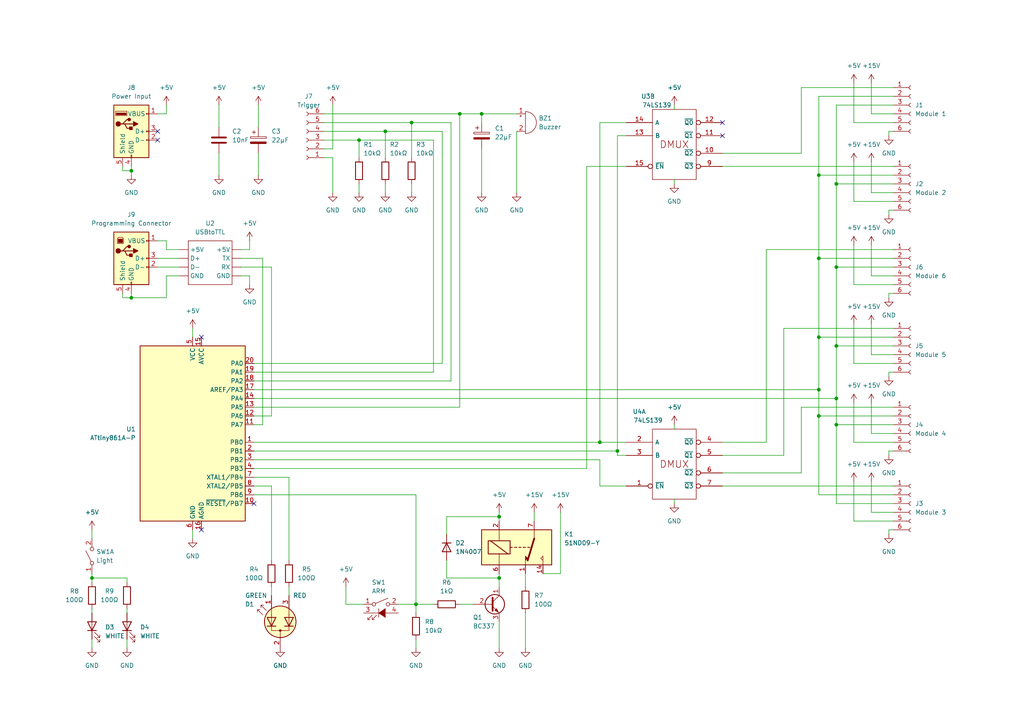
<source format=kicad_sch>
(kicad_sch (version 20211123) (generator eeschema)
  (paper "A4")
  (title_block (title "Controller") (date "2023-06-25") (rev "1") (comment 3 "Based on the Atmel Attiny861") (comment 4 "ZK-48 Controller"))
  (lib_symbols
    (symbol "+15V_1" (power) (pin_names (offset 0))
      (property "Value" "+15V_1" (at 0 5.08 0))
      (symbol "+15V_1_0_1"
        (polyline (pts (xy -0.762 1.27) (xy 0 2.54)))
        (polyline (pts (xy 0 0) (xy 0 2.54)))
        (polyline (pts (xy 0 2.54) (xy 0.762 1.27)))
      )
      (symbol "+15V_1_1_1"
        (pin power_in line (at 0 0 90) (length 0) hide (name "+15V") (number "1"))
      )
    )
    (symbol "74xx_IEEE:74LS139" (pin_names (offset 0.762))
      (property "Reference" "U" (at 6.35 11.43 0))
      (property "Value" "74LS139" (at 7.62 -11.43 0))
      (symbol "74LS139_0_0"
        (rectangle (start -6.35 10.16) (end 6.35 -10.16))
        (text "DMUX" (at 0 0 0) (effects (font (size 2.032 2.032))))
        (pin power_in line (at 0 10.16 270) (length 0) hide (name "VCC") (number "16"))
        (pin power_in line (at 0 -10.16 90) (length 0) hide (name "GND") (number "8"))
      )
      (symbol "74LS139_1_1"
        (pin input inverted (at -13.97 -6.35 0) (length 7.62) (name "~{EN}") (number "1"))
        (pin input line (at -13.97 6.35 0) (length 7.62) (name "A") (number "2"))
        (pin input line (at -13.97 2.54 0) (length 7.62) (name "B") (number "3"))
        (pin output inverted (at 13.97 6.35 180) (length 7.62) (name "~{Q0}") (number "4"))
        (pin output inverted (at 13.97 2.54 180) (length 7.62) (name "~{Q1}") (number "5"))
        (pin output inverted (at 13.97 -2.54 180) (length 7.62) (name "~{Q2}") (number "6"))
        (pin output inverted (at 13.97 -6.35 180) (length 7.62) (name "~{Q3}") (number "7"))
      )
      (symbol "74LS139_2_1"
        (pin output inverted (at 13.97 -2.54 180) (length 7.62) (name "~{Q2}") (number "10"))
        (pin output inverted (at 13.97 2.54 180) (length 7.62) (name "~{Q1}") (number "11"))
        (pin output inverted (at 13.97 6.35 180) (length 7.62) (name "~{Q0}") (number "12"))
        (pin input line (at -13.97 2.54 0) (length 7.62) (name "B") (number "13"))
        (pin input line (at -13.97 6.35 0) (length 7.62) (name "A") (number "14"))
        (pin input inverted (at -13.97 -6.35 0) (length 7.62) (name "~{EN}") (number "15"))
        (pin output inverted (at 13.97 -6.35 180) (length 7.62) (name "~{Q3}") (number "9"))
      )
    )
    (symbol "Connector:Conn_01x06_Female" (pin_names (offset 1.016) hide)
      (property "Reference" "J" (at 0 7.62 0))
      (property "Value" "Conn_01x06_Female" (at 0 -10.16 0))
      (symbol "Conn_01x06_Female_1_1"
        (arc (start 0 -7.112) (mid -0.508 -7.62) (end 0 -8.128) (stroke (width 0.1524)))
        (arc (start 0 -4.572) (mid -0.508 -5.08) (end 0 -5.588) (stroke (width 0.1524)))
        (arc (start 0 -2.032) (mid -0.508 -2.54) (end 0 -3.048) (stroke (width 0.1524)))
        (polyline (pts (xy -1.27 -7.62) (xy -0.508 -7.62)) (stroke (width 0.1524)))
        (polyline (pts (xy -1.27 -5.08) (xy -0.508 -5.08)) (stroke (width 0.1524)))
        (polyline (pts (xy -1.27 -2.54) (xy -0.508 -2.54)) (stroke (width 0.1524)))
        (polyline (pts (xy -1.27 0) (xy -0.508 0)) (stroke (width 0.1524)))
        (polyline (pts (xy -1.27 2.54) (xy -0.508 2.54)) (stroke (width 0.1524)))
        (polyline (pts (xy -1.27 5.08) (xy -0.508 5.08)) (stroke (width 0.1524)))
        (arc (start 0 0.508) (mid -0.508 0) (end 0 -0.508) (stroke (width 0.1524)))
        (arc (start 0 3.048) (mid -0.508 2.54) (end 0 2.032) (stroke (width 0.1524)))
        (arc (start 0 5.588) (mid -0.508 5.08) (end 0 4.572) (stroke (width 0.1524)))
        (pin passive line (at -5.08 5.08 0) (length 3.81) (name "Pin_1") (number "1"))
        (pin passive line (at -5.08 2.54 0) (length 3.81) (name "Pin_2") (number "2"))
        (pin passive line (at -5.08 0 0) (length 3.81) (name "Pin_3") (number "3"))
        (pin passive line (at -5.08 -2.54 0) (length 3.81) (name "Pin_4") (number "4"))
        (pin passive line (at -5.08 -5.08 0) (length 3.81) (name "Pin_5") (number "5"))
        (pin passive line (at -5.08 -7.62 0) (length 3.81) (name "Pin_6") (number "6"))
      )
    )
    (symbol "Connector:USB_A" (pin_names (offset 1.016))
      (property "Reference" "J" (at -5.08 11.43 0))
      (property "Value" "USB_A" (at -5.08 8.89 0))
      (symbol "USB_A_0_1"
        (rectangle (start -5.08 -7.62) (end 5.08 7.62) (stroke (width 0.254)) (fill (type background)))
        (circle (center -3.81 2.159) (radius 0.635) (stroke (width 0.254)) (fill (type outline)))
        (rectangle (start -1.524 4.826) (end -4.318 5.334) (fill (type outline)))
        (rectangle (start -1.27 4.572) (end -4.572 5.842))
        (circle (center -0.635 3.429) (radius 0.381) (stroke (width 0.254)) (fill (type outline)))
        (rectangle (start -0.127 -7.62) (end 0.127 -6.858))
        (polyline (pts (xy -3.175 2.159) (xy -2.54 2.159) (xy -1.27 3.429) (xy -0.635 3.429)) (stroke (width 0.254)))
        (polyline (pts (xy -2.54 2.159) (xy -1.905 2.159) (xy -1.27 0.889) (xy 0 0.889)) (stroke (width 0.254)))
        (polyline (pts (xy 0.635 2.794) (xy 0.635 1.524) (xy 1.905 2.159) (xy 0.635 2.794)) (stroke (width 0.254)) (fill (type outline)))
        (rectangle (start 0.254 1.27) (end -0.508 0.508) (stroke (width 0.254)) (fill (type outline)))
        (rectangle (start 5.08 -2.667) (end 4.318 -2.413))
        (rectangle (start 5.08 -0.127) (end 4.318 0.127))
        (rectangle (start 5.08 4.953) (end 4.318 5.207))
      )
      (symbol "USB_A_1_1"
        (polyline (pts (xy -1.905 2.159) (xy 0.635 2.159)) (stroke (width 0.254)))
        (pin power_in line (at 7.62 5.08 180) (length 2.54) (name "VBUS") (number "1"))
        (pin bidirectional line (at 7.62 -2.54 180) (length 2.54) (name "D-") (number "2"))
        (pin bidirectional line (at 7.62 0 180) (length 2.54) (name "D+") (number "3"))
        (pin power_in line (at 0 -10.16 90) (length 2.54) (name "GND") (number "4"))
        (pin passive line (at -2.54 -10.16 90) (length 2.54) (name "Shield") (number "5"))
      )
    )
    (symbol "Connector:USB_B" (pin_names (offset 1.016))
      (property "Reference" "J" (at -5.08 11.43 0))
      (property "Value" "USB_B" (at -5.08 8.89 0))
      (symbol "USB_B_0_1"
        (rectangle (start -5.08 -7.62) (end 5.08 7.62) (stroke (width 0.254)) (fill (type background)))
        (circle (center -3.81 2.159) (radius 0.635) (stroke (width 0.254)) (fill (type outline)))
        (rectangle (start -3.81 5.588) (end -2.54 4.572) (fill (type outline)))
        (circle (center -0.635 3.429) (radius 0.381) (stroke (width 0.254)) (fill (type outline)))
        (rectangle (start -0.127 -7.62) (end 0.127 -6.858))
        (polyline (pts (xy -1.905 2.159) (xy 0.635 2.159)) (stroke (width 0.254)))
        (polyline (pts (xy -3.175 2.159) (xy -2.54 2.159) (xy -1.27 3.429) (xy -0.635 3.429)) (stroke (width 0.254)))
        (polyline (pts (xy -2.54 2.159) (xy -1.905 2.159) (xy -1.27 0.889) (xy 0 0.889)) (stroke (width 0.254)))
        (polyline (pts (xy 0.635 2.794) (xy 0.635 1.524) (xy 1.905 2.159) (xy 0.635 2.794)) (stroke (width 0.254)) (fill (type outline)))
        (polyline (pts (xy -4.064 4.318) (xy -2.286 4.318) (xy -2.286 5.715) (xy -2.667 6.096) (xy -3.683 6.096) (xy -4.064 5.715) (xy -4.064 4.318)))
        (rectangle (start 0.254 1.27) (end -0.508 0.508) (stroke (width 0.254)) (fill (type outline)))
        (rectangle (start 5.08 -2.667) (end 4.318 -2.413))
        (rectangle (start 5.08 -0.127) (end 4.318 0.127))
        (rectangle (start 5.08 4.953) (end 4.318 5.207))
      )
      (symbol "USB_B_1_1"
        (pin power_out line (at 7.62 5.08 180) (length 2.54) (name "VBUS") (number "1"))
        (pin bidirectional line (at 7.62 -2.54 180) (length 2.54) (name "D-") (number "2"))
        (pin bidirectional line (at 7.62 0 180) (length 2.54) (name "D+") (number "3"))
        (pin power_out line (at 0 -10.16 90) (length 2.54) (name "GND") (number "4"))
        (pin passive line (at -2.54 -10.16 90) (length 2.54) (name "Shield") (number "5"))
      )
    )
    (symbol "Device:Buzzer" (pin_names (offset 0.0254) hide)
      (property "Reference" "BZ" (at 3.81 1.27 0))
      (property "Value" "Buzzer" (at 3.81 -1.27 0))
      (symbol "Buzzer_0_1"
        (arc (start 0 -3.175) (mid 3.175 0) (end 0 3.175))
        (polyline (pts (xy -1.651 1.905) (xy -1.143 1.905)))
        (polyline (pts (xy -1.397 2.159) (xy -1.397 1.651)))
        (polyline (pts (xy 0 3.175) (xy 0 -3.175)))
      )
      (symbol "Buzzer_1_1"
        (pin passive line (at -2.54 2.54 0) (length 2.54) (name "-") (number "1"))
        (pin passive line (at -2.54 -2.54 0) (length 2.54) (name "+") (number "2"))
      )
    )
    (symbol "Device:C" (pin_numbers hide) (pin_names (offset 0.254))
      (property "Reference" "C" (at 0.635 2.54 0))
      (property "Value" "C" (at 0.635 -2.54 0))
      (symbol "C_0_1"
        (polyline (pts (xy -2.032 -0.762) (xy 2.032 -0.762)) (stroke (width 0.508)))
        (polyline (pts (xy -2.032 0.762) (xy 2.032 0.762)) (stroke (width 0.508)))
      )
      (symbol "C_1_1"
        (pin passive line (at 0 3.81 270) (length 2.794) (name "~") (number "1"))
        (pin passive line (at 0 -3.81 90) (length 2.794) (name "~") (number "2"))
      )
    )
    (symbol "Device:C_Polarized" (pin_numbers hide) (pin_names (offset 0.254))
      (property "Reference" "C" (at 0.635 2.54 0))
      (property "Value" "C_Polarized" (at 0.635 -2.54 0))
      (symbol "C_Polarized_0_1"
        (rectangle (start -2.286 0.508) (end 2.286 1.016))
        (polyline (pts (xy -1.778 2.286) (xy -0.762 2.286)))
        (polyline (pts (xy -1.27 2.794) (xy -1.27 1.778)))
        (rectangle (start 2.286 -0.508) (end -2.286 -1.016) (fill (type outline)))
      )
      (symbol "C_Polarized_1_1"
        (pin passive line (at 0 3.81 270) (length 2.794) (name "~") (number "1"))
        (pin passive line (at 0 -3.81 90) (length 2.794) (name "~") (number "2"))
      )
    )
    (symbol "Device:LED" (pin_numbers hide) (pin_names (offset 1.016) hide)
      (property "Reference" "D" (at 0 2.54 0))
      (property "Value" "LED" (at 0 -2.54 0))
      (symbol "LED_0_1"
        (polyline (pts (xy -1.27 -1.27) (xy -1.27 1.27)) (stroke (width 0.254)))
        (polyline (pts (xy -1.27 0) (xy 1.27 0)))
        (polyline (pts (xy 1.27 -1.27) (xy 1.27 1.27) (xy -1.27 0) (xy 1.27 -1.27)) (stroke (width 0.254)))
        (polyline (pts (xy -3.048 -0.762) (xy -4.572 -2.286) (xy -3.81 -2.286) (xy -4.572 -2.286) (xy -4.572 -1.524)))
        (polyline (pts (xy -1.778 -0.762) (xy -3.302 -2.286) (xy -2.54 -2.286) (xy -3.302 -2.286) (xy -3.302 -1.524)))
      )
      (symbol "LED_1_1"
        (pin passive line (at -3.81 0 0) (length 2.54) (name "K") (number "1"))
        (pin passive line (at 3.81 0 180) (length 2.54) (name "A") (number "2"))
      )
    )
    (symbol "Device:LED_Dual_AKA" (pin_names (offset 0) hide)
      (property "Reference" "D" (at 0 5.715 0))
      (property "Value" "LED_Dual_AKA" (at 0 -6.35 0))
      (symbol "LED_Dual_AKA_0_1"
        (circle (center -2.54 0) (radius 0.2794) (fill (type outline)))
        (polyline (pts (xy -4.572 0) (xy -2.54 0)))
        (polyline (pts (xy -1.27 -1.27) (xy -1.27 -3.81)) (stroke (width 0.254)))
        (polyline (pts (xy -1.27 1.27) (xy -1.27 3.81)) (stroke (width 0.254)))
        (polyline (pts (xy 3.81 -2.54) (xy 1.905 -2.54)))
        (polyline (pts (xy 3.81 2.54) (xy 1.905 2.54)))
        (polyline (pts (xy 1.27 -3.81) (xy 1.27 -1.27) (xy -1.27 -2.54) (xy 1.27 -3.81)) (stroke (width 0.254)))
        (polyline (pts (xy 1.27 1.27) (xy 1.27 3.81) (xy -1.27 2.54) (xy 1.27 1.27)) (stroke (width 0.254)))
        (polyline (pts (xy 2.032 2.54) (xy -2.54 2.54) (xy -2.54 -2.54) (xy 2.032 -2.54)))
        (polyline (pts (xy 2.032 5.08) (xy 3.556 6.604) (xy 2.794 6.604) (xy 3.556 6.604) (xy 3.556 5.842)))
        (polyline (pts (xy 3.302 4.064) (xy 4.826 5.588) (xy 4.064 5.588) (xy 4.826 5.588) (xy 4.826 4.826)))
        (circle (center 0 0) (radius 4.572) (stroke (width 0.254)) (fill (type background)))
      )
      (symbol "LED_Dual_AKA_1_1"
        (pin input line (at 7.62 2.54 180) (length 3.81) (name "A1") (number "1"))
        (pin input line (at -7.62 0 0) (length 3.048) (name "K") (number "2"))
        (pin input line (at 7.62 -2.54 180) (length 3.81) (name "A2") (number "3"))
      )
    )
    (symbol "Device:R" (pin_numbers hide) (pin_names (offset 0))
      (property "Reference" "R" (at 2.032 0 90))
      (property "Value" "R" (at 0 0 90))
      (symbol "R_0_1"
        (rectangle (start -1.016 -2.54) (end 1.016 2.54) (stroke (width 0.254)))
      )
      (symbol "R_1_1"
        (pin passive line (at 0 3.81 270) (length 1.27) (name "~") (number "1"))
        (pin passive line (at 0 -3.81 90) (length 1.27) (name "~") (number "2"))
      )
    )
    (symbol "Diode:1N4007" (pin_numbers hide) (pin_names (offset 1.016) hide)
      (property "Reference" "D" (at 0 2.54 0))
      (property "Value" "1N4007" (at 0 -2.54 0))
      (symbol "1N4007_0_1"
        (polyline (pts (xy -1.27 1.27) (xy -1.27 -1.27)) (stroke (width 0.254)))
        (polyline (pts (xy 1.27 0) (xy -1.27 0)))
        (polyline (pts (xy 1.27 1.27) (xy 1.27 -1.27) (xy -1.27 0) (xy 1.27 1.27)) (stroke (width 0.254)))
      )
      (symbol "1N4007_1_1"
        (pin passive line (at -3.81 0 0) (length 2.54) (name "K") (number "1"))
        (pin passive line (at 3.81 0 180) (length 2.54) (name "A") (number "2"))
      )
    )
    (symbol "MCU_Microchip_ATtiny:ATtiny861A-P"
      (property "Reference" "U" (at -15.24 26.67 0))
      (property "Value" "ATtiny861A-P" (at 5.08 -26.67 0))
      (symbol "ATtiny861A-P_0_1"
        (rectangle (start -15.24 -25.4) (end 15.24 25.4) (stroke (width 0.254)) (fill (type background)))
      )
      (symbol "ATtiny861A-P_1_1"
        (pin bidirectional line (at 17.78 -2.54 180) (length 2.54) (name "PB0") (number "1"))
        (pin bidirectional line (at 17.78 -20.32 180) (length 2.54) (name "~{RESET}/PB7") (number "10"))
        (pin bidirectional line (at 17.78 2.54 180) (length 2.54) (name "PA7") (number "11"))
        (pin bidirectional line (at 17.78 5.08 180) (length 2.54) (name "PA6") (number "12"))
        (pin bidirectional line (at 17.78 7.62 180) (length 2.54) (name "PA5") (number "13"))
        (pin bidirectional line (at 17.78 10.16 180) (length 2.54) (name "PA4") (number "14"))
        (pin power_in line (at 2.54 27.94 270) (length 2.54) (name "AVCC") (number "15"))
        (pin power_in line (at 2.54 -27.94 90) (length 2.54) (name "AGND") (number "16"))
        (pin bidirectional line (at 17.78 12.7 180) (length 2.54) (name "AREF/PA3") (number "17"))
        (pin bidirectional line (at 17.78 15.24 180) (length 2.54) (name "PA2") (number "18"))
        (pin bidirectional line (at 17.78 17.78 180) (length 2.54) (name "PA1") (number "19"))
        (pin bidirectional line (at 17.78 -5.08 180) (length 2.54) (name "PB1") (number "2"))
        (pin bidirectional line (at 17.78 20.32 180) (length 2.54) (name "PA0") (number "20"))
        (pin bidirectional line (at 17.78 -7.62 180) (length 2.54) (name "PB2") (number "3"))
        (pin bidirectional line (at 17.78 -10.16 180) (length 2.54) (name "PB3") (number "4"))
        (pin power_in line (at 0 27.94 270) (length 2.54) (name "VCC") (number "5"))
        (pin power_in line (at 0 -27.94 90) (length 2.54) (name "GND") (number "6"))
        (pin bidirectional line (at 17.78 -12.7 180) (length 2.54) (name "XTAL1/PB4") (number "7"))
        (pin bidirectional line (at 17.78 -15.24 180) (length 2.54) (name "XTAL2/PB5") (number "8"))
        (pin bidirectional line (at 17.78 -17.78 180) (length 2.54) (name "PB6") (number "9"))
      )
    )
    (symbol "Relay:DIPxx-1Cxx-51x"
      (property "Reference" "K" (at 11.43 3.81 0))
      (property "Value" "DIPxx-1Cxx-51x" (at 11.43 1.27 0))
      (symbol "DIPxx-1Cxx-51x_0_0"
        (polyline (pts (xy 2.54 5.08) (xy 2.54 2.54) (xy 3.175 3.175) (xy 2.54 3.81)) (fill (type outline)))
        (polyline (pts (xy 7.62 5.08) (xy 7.62 2.54) (xy 6.985 3.175) (xy 7.62 3.81)))
      )
      (symbol "DIPxx-1Cxx-51x_0_1"
        (rectangle (start -10.16 5.08) (end 10.16 -5.08) (stroke (width 0.254)) (fill (type background)))
        (rectangle (start -8.255 1.905) (end -1.905 -1.905) (stroke (width 0.254)))
        (polyline (pts (xy -7.62 -1.905) (xy -2.54 1.905)) (stroke (width 0.254)))
        (polyline (pts (xy -5.08 -5.08) (xy -5.08 -1.905)))
        (polyline (pts (xy -5.08 5.08) (xy -5.08 1.905)))
        (polyline (pts (xy -1.905 0) (xy -1.27 0)) (stroke (width 0.254)))
        (polyline (pts (xy -0.635 0) (xy 0 0)) (stroke (width 0.254)))
        (polyline (pts (xy 0.635 0) (xy 1.27 0)) (stroke (width 0.254)))
        (polyline (pts (xy 1.905 0) (xy 2.54 0)) (stroke (width 0.254)))
        (polyline (pts (xy 3.175 0) (xy 3.81 0)) (stroke (width 0.254)))
        (polyline (pts (xy 5.08 -2.54) (xy 3.175 3.81)) (stroke (width 0.508)))
        (polyline (pts (xy 5.08 -2.54) (xy 5.08 -5.08)))
      )
      (symbol "DIPxx-1Cxx-51x_1_1"
        (pin passive line (at 2.54 7.62 270) (length 2.54) (name "~") (number "1"))
        (pin passive line (at 7.62 7.62 270) (length 2.54) (name "~") (number "14"))
        (pin passive line (at -5.08 -7.62 90) (length 2.54) (name "~") (number "2"))
        (pin passive line (at -5.08 7.62 270) (length 2.54) (name "~") (number "6"))
        (pin passive line (at 5.08 -7.62 90) (length 2.54) (name "~") (number "7"))
        (pin passive line (at 5.08 -7.62 90) (length 2.54) hide (name "~") (number "8"))
      )
    )
    (symbol "Switch:SW_DPST_x2" (pin_names (offset 0) hide)
      (property "Reference" "SW" (at 0 3.175 0))
      (property "Value" "SW_DPST_x2" (at 0 -2.54 0))
      (symbol "SW_DPST_x2_0_0"
        (circle (center -2.032 0) (radius 0.508))
        (polyline (pts (xy -1.524 0.254) (xy 1.524 1.778)))
        (circle (center 2.032 0) (radius 0.508))
      )
      (symbol "SW_DPST_x2_1_1"
        (pin passive line (at -5.08 0 0) (length 2.54) (name "A") (number "1"))
        (pin passive line (at 5.08 0 180) (length 2.54) (name "B") (number "2"))
      )
      (symbol "SW_DPST_x2_2_1"
        (pin passive line (at -5.08 0 0) (length 2.54) (name "A") (number "3"))
        (pin passive line (at 5.08 0 180) (length 2.54) (name "B") (number "4"))
      )
    )
    (symbol "Switch:SW_SPST_LED" (pin_names (offset 1.016) hide)
      (property "Reference" "SW" (at 0.635 5.715 0))
      (property "Value" "SW_SPST_LED" (at 0 -3.175 0))
      (symbol "SW_SPST_LED_0_0"
        (polyline (pts (xy -3.81 -1.905) (xy -2.54 -0.635)))
        (polyline (pts (xy -2.54 -1.905) (xy -1.27 -0.635)))
        (polyline (pts (xy -2.54 0) (xy 2.54 0)))
        (polyline (pts (xy -0.635 1.27) (xy -0.635 -1.27)))
        (polyline (pts (xy -3.81 -1.27) (xy -3.81 -1.905) (xy -3.175 -1.905)))
        (polyline (pts (xy -2.54 -1.27) (xy -2.54 -1.905) (xy -1.905 -1.905)))
        (polyline (pts (xy -0.635 0) (xy 1.27 1.27) (xy 1.27 -1.27) (xy -0.635 0)) (fill (type outline)))
      )
      (symbol "SW_SPST_LED_0_1"
        (circle (center -2.032 2.54) (radius 0.508))
        (polyline (pts (xy -1.524 2.794) (xy 2.032 4.318)))
        (circle (center 2.032 2.54) (radius 0.508))
        (pin passive line (at -5.08 2.54 0) (length 2.54) (name "1") (number "1"))
        (pin passive line (at 5.08 2.54 180) (length 2.54) (name "2") (number "2"))
        (pin passive line (at -5.08 0 0) (length 2.54) (name "K") (number "3"))
        (pin passive line (at 5.08 0 180) (length 2.54) (name "A") (number "4"))
      )
    )
    (symbol "Transistor_BJT:BC337" (pin_names (offset 0) hide)
      (property "Reference" "Q" (at 5.08 1.905 0))
      (property "Value" "BC337" (at 5.08 0 0))
      (symbol "BC337_0_1"
        (polyline (pts (xy 0 0) (xy 0.635 0)))
        (polyline (pts (xy 0.635 0.635) (xy 2.54 2.54)))
        (polyline (pts (xy 0.635 -0.635) (xy 2.54 -2.54) (xy 2.54 -2.54)))
        (polyline (pts (xy 0.635 1.905) (xy 0.635 -1.905) (xy 0.635 -1.905)) (stroke (width 0.508)))
        (polyline (pts (xy 1.27 -1.778) (xy 1.778 -1.27) (xy 2.286 -2.286) (xy 1.27 -1.778) (xy 1.27 -1.778)) (fill (type outline)))
        (circle (center 1.27 0) (radius 2.8194) (stroke (width 0.254)))
      )
      (symbol "BC337_1_1"
        (pin passive line (at 2.54 5.08 270) (length 2.54) (name "C") (number "1"))
        (pin input line (at -5.08 0 0) (length 5.08) (name "B") (number "2"))
        (pin passive line (at 2.54 -5.08 90) (length 2.54) (name "E") (number "3"))
      )
    )
    (symbol "power:+15V" (power) (pin_names (offset 0))
      (property "Value" "+15V" (at 0 3.556 0))
      (symbol "+15V_0_1"
        (polyline (pts (xy -0.762 1.27) (xy 0 2.54)))
        (polyline (pts (xy 0 0) (xy 0 2.54)))
        (polyline (pts (xy 0 2.54) (xy 0.762 1.27)))
      )
      (symbol "+15V_1_1"
        (pin power_in line (at 0 0 90) (length 0) hide (name "+15V") (number "1"))
      )
    )
    (symbol "power:+5V" (power) (pin_names (offset 0))
      (property "Value" "+5V" (at 0 3.556 0))
      (symbol "+5V_0_1"
        (polyline (pts (xy -0.762 1.27) (xy 0 2.54)))
        (polyline (pts (xy 0 0) (xy 0 2.54)))
        (polyline (pts (xy 0 2.54) (xy 0.762 1.27)))
      )
      (symbol "+5V_1_1"
        (pin power_in line (at 0 0 90) (length 0) hide (name "+5V") (number "1"))
      )
    )
    (symbol "power:GND" (power) (pin_names (offset 0))
      (property "Value" "GND" (at 0 -3.81 0))
      (symbol "GND_0_1"
        (polyline (pts (xy 0 0) (xy 0 -1.27) (xy 1.27 -1.27) (xy 0 -2.54) (xy -1.27 -1.27) (xy 0 -1.27)))
      )
      (symbol "GND_1_1"
        (pin power_in line (at 0 0 270) (length 0) hide (name "GND") (number "1"))
      )
    )
    (symbol "usbtotll:USBtoTTL"
      (property "Reference" "C" (at 3.81 1.27 0))
      (property "Value" "USBtoTTL" (at 3.81 -1.27 0))
      (symbol "USBtoTTL_0_1"
        (rectangle (start -2.54 -2.54) (end 10.16 -15.24))
      )
      (symbol "USBtoTTL_1_1"
        (pin input line (at -5.08 -5.08 0) (length 2.54) (name "+5V") (number ""))
        (pin input line (at 12.7 -5.08 180) (length 2.54) (name "+5V") (number ""))
        (pin input line (at -5.08 -7.62 0) (length 2.54) (name "D+") (number ""))
        (pin input line (at -5.08 -10.16 0) (length 2.54) (name "D-") (number ""))
        (pin input line (at -5.08 -12.7 0) (length 2.54) (name "GND") (number ""))
        (pin input line (at 12.7 -12.7 180) (length 2.54) (name "GND") (number ""))
        (pin output line (at 12.7 -10.16 180) (length 2.54) (name "RX") (number ""))
        (pin output line (at 12.7 -7.62 180) (length 2.54) (name "TX") (number ""))
      )
    )
  )
  (junction (at 38.1 49.53))
  (junction (at 242.57 123.19))
  (junction (at 133.35 33.02))
  (junction (at 144.78 149.86))
  (junction (at 173.99 128.27))
  (junction (at 237.49 120.65))
  (junction (at 237.49 74.93))
  (junction (at 38.1 86.36))
  (junction (at 237.49 50.8))
  (junction (at 144.78 167.64))
  (junction (at 237.49 97.79))
  (junction (at 104.14 40.64))
  (junction (at 139.7 33.02))
  (junction (at 119.38 35.56))
  (junction (at 242.57 77.47))
  (junction (at 237.49 113.03))
  (junction (at 242.57 100.33))
  (junction (at 179.07 130.81))
  (junction (at 242.57 115.57))
  (junction (at 111.76 38.1))
  (junction (at 26.67 167.64))
  (junction (at 120.65 175.26))
  (junction (at 242.57 53.34))
  (no_connect (at 45.72 38.1))
  (no_connect (at 73.66 146.05))
  (no_connect (at 209.55 39.37))
  (no_connect (at 209.55 35.56))
  (no_connect (at 58.42 97.79))
  (no_connect (at 58.42 153.67))
  (no_connect (at 45.72 40.64))
  (wire (pts (xy 45.72 33.02) (xy 48.26 33.02)))
  (wire (pts (xy 242.57 53.34) (xy 242.57 77.47)))
  (wire (pts (xy 139.7 43.18) (xy 139.7 55.88)))
  (wire (pts (xy 259.08 107.95) (xy 257.81 107.95)))
  (wire (pts (xy 209.55 128.27) (xy 222.25 128.27)))
  (wire (pts (xy 48.26 69.85) (xy 48.26 72.39)))
  (wire (pts (xy 129.54 167.64) (xy 144.78 167.64)))
  (wire (pts (xy 35.56 48.26) (xy 35.56 49.53)))
  (wire (pts (xy 162.56 166.37) (xy 157.48 166.37)))
  (wire (pts (xy 252.73 55.88) (xy 259.08 55.88)))
  (wire (pts (xy 247.65 35.56) (xy 259.08 35.56)))
  (wire (pts (xy 242.57 115.57) (xy 242.57 123.19)))
  (wire (pts (xy 105.41 175.26) (xy 100.33 175.26)))
  (wire (pts (xy 100.33 175.26) (xy 100.33 170.18)))
  (wire (pts (xy 242.57 77.47) (xy 242.57 100.33)))
  (wire (pts (xy 36.83 168.91) (xy 36.83 167.64)))
  (wire (pts (xy 73.66 118.11) (xy 133.35 118.11)))
  (wire (pts (xy 72.39 72.39) (xy 69.85 72.39)))
  (wire (pts (xy 74.93 44.45) (xy 74.93 50.8)))
  (wire (pts (xy 73.66 133.35) (xy 173.99 133.35)))
  (wire (pts (xy 247.65 151.13) (xy 247.65 139.7)))
  (wire (pts (xy 78.74 140.97) (xy 78.74 162.56)))
  (wire (pts (xy 119.38 53.34) (xy 119.38 55.88)))
  (wire (pts (xy 78.74 120.65) (xy 78.74 77.47)))
  (wire (pts (xy 252.73 148.59) (xy 259.08 148.59)))
  (wire (pts (xy 129.54 154.94) (xy 129.54 149.86)))
  (wire (pts (xy 104.14 40.64) (xy 125.73 40.64)))
  (wire (pts (xy 45.72 74.93) (xy 52.07 74.93)))
  (wire (pts (xy 237.49 120.65) (xy 259.08 120.65)))
  (wire (pts (xy 38.1 48.26) (xy 38.1 49.53)))
  (wire (pts (xy 209.55 44.45) (xy 232.41 44.45)))
  (wire (pts (xy 247.65 82.55) (xy 259.08 82.55)))
  (wire (pts (xy 139.7 35.56) (xy 139.7 33.02)))
  (wire (pts (xy 257.81 153.67) (xy 259.08 153.67)))
  (wire (pts (xy 38.1 85.09) (xy 38.1 86.36)))
  (wire (pts (xy 120.65 175.26) (xy 125.73 175.26)))
  (wire (pts (xy 173.99 35.56) (xy 181.61 35.56)))
  (wire (pts (xy 259.08 130.81) (xy 257.81 130.81)))
  (wire (pts (xy 242.57 77.47) (xy 259.08 77.47)))
  (wire (pts (xy 181.61 140.97) (xy 173.99 140.97)))
  (wire (pts (xy 133.35 33.02) (xy 133.35 118.11)))
  (wire (pts (xy 237.49 27.94) (xy 237.49 50.8)))
  (wire (pts (xy 252.73 33.02) (xy 259.08 33.02)))
  (wire (pts (xy 104.14 45.72) (xy 104.14 40.64)))
  (wire (pts (xy 181.61 128.27) (xy 173.99 128.27)))
  (wire (pts (xy 237.49 74.93) (xy 237.49 97.79)))
  (wire (pts (xy 104.14 53.34) (xy 104.14 55.88)))
  (wire (pts (xy 259.08 38.1) (xy 257.81 38.1)))
  (wire (pts (xy 78.74 170.18) (xy 78.74 172.72)))
  (wire (pts (xy 111.76 53.34) (xy 111.76 55.88)))
  (wire (pts (xy 247.65 105.41) (xy 247.65 93.98)))
  (wire (pts (xy 247.65 151.13) (xy 259.08 151.13)))
  (wire (pts (xy 227.33 132.08) (xy 227.33 95.25)))
  (wire (pts (xy 48.26 80.01) (xy 48.26 86.36)))
  (wire (pts (xy 237.49 50.8) (xy 237.49 74.93)))
  (wire (pts (xy 35.56 86.36) (xy 35.56 85.09)))
  (wire (pts (xy 252.73 93.98) (xy 252.73 102.87)))
  (wire (pts (xy 73.66 138.43) (xy 83.82 138.43)))
  (wire (pts (xy 73.66 120.65) (xy 78.74 120.65)))
  (wire (pts (xy 144.78 148.59) (xy 144.78 149.86)))
  (wire (pts (xy 209.55 140.97) (xy 259.08 140.97)))
  (wire (pts (xy 257.81 130.81) (xy 257.81 132.08)))
  (wire (pts (xy 96.52 45.72) (xy 96.52 55.88)))
  (wire (pts (xy 222.25 72.39) (xy 259.08 72.39)))
  (wire (pts (xy 26.67 153.67) (xy 26.67 156.21)))
  (wire (pts (xy 73.66 130.81) (xy 179.07 130.81)))
  (wire (pts (xy 152.4 166.37) (xy 152.4 170.18)))
  (wire (pts (xy 242.57 146.05) (xy 259.08 146.05)))
  (wire (pts (xy 73.66 123.19) (xy 76.2 123.19)))
  (wire (pts (xy 120.65 185.42) (xy 120.65 187.96)))
  (wire (pts (xy 257.81 85.09) (xy 257.81 86.36)))
  (wire (pts (xy 72.39 82.55) (xy 72.39 80.01)))
  (wire (pts (xy 73.66 140.97) (xy 78.74 140.97)))
  (wire (pts (xy 257.81 107.95) (xy 257.81 109.22)))
  (wire (pts (xy 45.72 77.47) (xy 52.07 77.47)))
  (wire (pts (xy 232.41 44.45) (xy 232.41 25.4)))
  (wire (pts (xy 120.65 143.51) (xy 120.65 175.26)))
  (wire (pts (xy 179.07 39.37) (xy 179.07 130.81)))
  (wire (pts (xy 227.33 95.25) (xy 259.08 95.25)))
  (wire (pts (xy 209.55 48.26) (xy 259.08 48.26)))
  (wire (pts (xy 237.49 97.79) (xy 237.49 113.03)))
  (wire (pts (xy 55.88 153.67) (xy 55.88 156.21)))
  (wire (pts (xy 222.25 128.27) (xy 222.25 72.39)))
  (wire (pts (xy 93.98 33.02) (xy 133.35 33.02)))
  (wire (pts (xy 104.14 40.64) (xy 93.98 40.64)))
  (wire (pts (xy 93.98 45.72) (xy 96.52 45.72)))
  (wire (pts (xy 128.27 38.1) (xy 128.27 105.41)))
  (wire (pts (xy 55.88 95.25) (xy 55.88 97.79)))
  (wire (pts (xy 247.65 128.27) (xy 247.65 116.84)))
  (wire (pts (xy 195.58 123.19) (xy 195.58 124.46)))
  (wire (pts (xy 48.26 72.39) (xy 52.07 72.39)))
  (wire (pts (xy 111.76 38.1) (xy 128.27 38.1)))
  (wire (pts (xy 237.49 113.03) (xy 237.49 120.65)))
  (wire (pts (xy 242.57 30.48) (xy 242.57 53.34)))
  (wire (pts (xy 76.2 123.19) (xy 76.2 74.93)))
  (wire (pts (xy 195.58 144.78) (xy 195.58 146.05)))
  (wire (pts (xy 173.99 128.27) (xy 173.99 35.56)))
  (wire (pts (xy 63.5 44.45) (xy 63.5 50.8)))
  (wire (pts (xy 139.7 33.02) (xy 149.86 33.02)))
  (wire (pts (xy 38.1 49.53) (xy 38.1 50.8)))
  (wire (pts (xy 144.78 167.64) (xy 144.78 166.37)))
  (wire (pts (xy 72.39 69.85) (xy 72.39 72.39)))
  (wire (pts (xy 209.55 132.08) (xy 227.33 132.08)))
  (wire (pts (xy 93.98 38.1) (xy 111.76 38.1)))
  (wire (pts (xy 119.38 35.56) (xy 119.38 45.72)))
  (wire (pts (xy 259.08 85.09) (xy 257.81 85.09)))
  (wire (pts (xy 73.66 143.51) (xy 120.65 143.51)))
  (wire (pts (xy 36.83 185.42) (xy 36.83 187.96)))
  (wire (pts (xy 242.57 53.34) (xy 259.08 53.34)))
  (wire (pts (xy 195.58 52.07) (xy 195.58 53.34)))
  (wire (pts (xy 111.76 38.1) (xy 111.76 45.72)))
  (wire (pts (xy 119.38 35.56) (xy 130.81 35.56)))
  (wire (pts (xy 26.67 167.64) (xy 26.67 168.91)))
  (wire (pts (xy 259.08 60.96) (xy 257.81 60.96)))
  (wire (pts (xy 73.66 128.27) (xy 173.99 128.27)))
  (wire (pts (xy 252.73 116.84) (xy 252.73 125.73)))
  (wire (pts (xy 83.82 170.18) (xy 83.82 172.72)))
  (wire (pts (xy 149.86 38.1) (xy 149.86 55.88)))
  (wire (pts (xy 181.61 39.37) (xy 179.07 39.37)))
  (wire (pts (xy 170.18 135.89) (xy 73.66 135.89)))
  (wire (pts (xy 242.57 123.19) (xy 259.08 123.19)))
  (wire (pts (xy 242.57 100.33) (xy 259.08 100.33)))
  (wire (pts (xy 252.73 125.73) (xy 259.08 125.73)))
  (wire (pts (xy 133.35 33.02) (xy 139.7 33.02)))
  (wire (pts (xy 173.99 140.97) (xy 173.99 133.35)))
  (wire (pts (xy 209.55 137.16) (xy 232.41 137.16)))
  (wire (pts (xy 78.74 77.47) (xy 69.85 77.47)))
  (wire (pts (xy 247.65 128.27) (xy 259.08 128.27)))
  (wire (pts (xy 242.57 100.33) (xy 242.57 115.57)))
  (wire (pts (xy 162.56 148.59) (xy 162.56 166.37)))
  (wire (pts (xy 237.49 120.65) (xy 237.49 143.51)))
  (wire (pts (xy 96.52 30.48) (xy 96.52 43.18)))
  (wire (pts (xy 125.73 40.64) (xy 125.73 107.95)))
  (wire (pts (xy 257.81 38.1) (xy 257.81 39.37)))
  (wire (pts (xy 144.78 180.34) (xy 144.78 187.96)))
  (wire (pts (xy 252.73 102.87) (xy 259.08 102.87)))
  (wire (pts (xy 179.07 132.08) (xy 181.61 132.08)))
  (wire (pts (xy 237.49 97.79) (xy 259.08 97.79)))
  (wire (pts (xy 35.56 49.53) (xy 38.1 49.53)))
  (wire (pts (xy 26.67 185.42) (xy 26.67 187.96)))
  (wire (pts (xy 181.61 48.26) (xy 170.18 48.26)))
  (wire (pts (xy 252.73 139.7) (xy 252.73 148.59)))
  (wire (pts (xy 252.73 24.13) (xy 252.73 33.02)))
  (wire (pts (xy 259.08 58.42) (xy 247.65 58.42)))
  (wire (pts (xy 232.41 118.11) (xy 259.08 118.11)))
  (wire (pts (xy 247.65 58.42) (xy 247.65 46.99)))
  (wire (pts (xy 154.94 148.59) (xy 154.94 151.13)))
  (wire (pts (xy 133.35 175.26) (xy 137.16 175.26)))
  (wire (pts (xy 247.65 82.55) (xy 247.65 71.12)))
  (wire (pts (xy 115.57 175.26) (xy 120.65 175.26)))
  (wire (pts (xy 63.5 30.48) (xy 63.5 36.83)))
  (wire (pts (xy 26.67 167.64) (xy 36.83 167.64)))
  (wire (pts (xy 129.54 162.56) (xy 129.54 167.64)))
  (wire (pts (xy 232.41 137.16) (xy 232.41 118.11)))
  (wire (pts (xy 252.73 46.99) (xy 252.73 55.88)))
  (wire (pts (xy 73.66 110.49) (xy 130.81 110.49)))
  (wire (pts (xy 93.98 35.56) (xy 119.38 35.56)))
  (wire (pts (xy 257.81 60.96) (xy 257.81 62.23)))
  (wire (pts (xy 26.67 166.37) (xy 26.67 167.64)))
  (wire (pts (xy 36.83 176.53) (xy 36.83 177.8)))
  (wire (pts (xy 242.57 30.48) (xy 259.08 30.48)))
  (wire (pts (xy 83.82 138.43) (xy 83.82 162.56)))
  (wire (pts (xy 257.81 154.94) (xy 257.81 153.67)))
  (wire (pts (xy 26.67 176.53) (xy 26.67 177.8)))
  (wire (pts (xy 144.78 149.86) (xy 144.78 151.13)))
  (wire (pts (xy 76.2 74.93) (xy 69.85 74.93)))
  (wire (pts (xy 45.72 69.85) (xy 48.26 69.85)))
  (wire (pts (xy 179.07 130.81) (xy 179.07 132.08)))
  (wire (pts (xy 52.07 80.01) (xy 48.26 80.01)))
  (wire (pts (xy 38.1 86.36) (xy 35.56 86.36)))
  (wire (pts (xy 232.41 25.4) (xy 259.08 25.4)))
  (wire (pts (xy 252.73 71.12) (xy 252.73 80.01)))
  (wire (pts (xy 74.93 30.48) (xy 74.93 36.83)))
  (wire (pts (xy 129.54 149.86) (xy 144.78 149.86)))
  (wire (pts (xy 237.49 74.93) (xy 259.08 74.93)))
  (wire (pts (xy 195.58 30.48) (xy 195.58 31.75)))
  (wire (pts (xy 144.78 167.64) (xy 144.78 170.18)))
  (wire (pts (xy 130.81 35.56) (xy 130.81 110.49)))
  (wire (pts (xy 152.4 177.8) (xy 152.4 187.96)))
  (wire (pts (xy 72.39 80.01) (xy 69.85 80.01)))
  (wire (pts (xy 93.98 43.18) (xy 96.52 43.18)))
  (wire (pts (xy 48.26 86.36) (xy 38.1 86.36)))
  (wire (pts (xy 73.66 113.03) (xy 237.49 113.03)))
  (wire (pts (xy 237.49 143.51) (xy 259.08 143.51)))
  (wire (pts (xy 237.49 50.8) (xy 259.08 50.8)))
  (wire (pts (xy 73.66 105.41) (xy 128.27 105.41)))
  (wire (pts (xy 125.73 107.95) (xy 73.66 107.95)))
  (wire (pts (xy 170.18 48.26) (xy 170.18 135.89)))
  (wire (pts (xy 120.65 175.26) (xy 120.65 177.8)))
  (wire (pts (xy 237.49 27.94) (xy 259.08 27.94)))
  (wire (pts (xy 48.26 30.48) (xy 48.26 33.02)))
  (wire (pts (xy 73.66 115.57) (xy 242.57 115.57)))
  (wire (pts (xy 247.65 35.56) (xy 247.65 24.13)))
  (wire (pts (xy 247.65 105.41) (xy 259.08 105.41)))
  (wire (pts (xy 252.73 80.01) (xy 259.08 80.01)))
  (wire (pts (xy 242.57 123.19) (xy 242.57 146.05)))
  (symbol (lib_id "Device:R") (at 104.14 49.53 0) (unit 1)
    (property "Reference" "R1" (at 105.41 41.91 0) (effects (justify left)))
    (property "Value" "10kΩ" (at 105.41 44.45 0) (effects (justify left)))
  )
  (symbol (lib_id "Device:R") (at 26.67 172.72 180) (unit 1)
    (property "Reference" "R8" (at 21.59 171.45 0))
    (property "Value" "100Ω" (at 21.59 173.99 0))
  )
  (symbol (lib_id "Device:R") (at 129.54 175.26 270) (unit 1)
    (property "Reference" "R6" (at 129.54 168.91 90))
    (property "Value" "1kΩ" (at 129.54 171.45 90))
  )
  (symbol (lib_id "power:+5V") (at 72.39 69.85 0) (unit 1)
    (property "Reference" "#PWR?" (effects hide))
    (property "Value" "+5V" (at 72.39 64.77 0))
  )
  (symbol (lib_id "power:GND") (at 104.14 55.88 0) (unit 1)
    (property "Reference" "#PWR?" (effects hide))
    (property "Value" "GND" (at 104.14 60.96 0))
  )
  (symbol (lib_name "+15V_1") (lib_id "power:+15V") (at 252.73 24.13 0) (unit 1)
    (property "Reference" "#PWR?" (effects hide))
    (property "Value" "+15VD" (at 252.73 19.05 0))
  )
  (symbol (lib_name "+15V_1") (lib_id "power:+15V") (at 252.73 93.98 0) (unit 1)
    (property "Reference" "#PWR?" (effects hide))
    (property "Value" "+15VD" (at 252.73 88.9 0))
  )
  (symbol (lib_id "power:+5V") (at 247.65 93.98 0) (unit 1)
    (property "Reference" "#PWR?" (effects hide))
    (property "Value" "+5V" (at 247.65 88.9 0))
  )
  (symbol (lib_id "power:GND") (at 144.78 187.96 0) (unit 1)
    (property "Reference" "#PWR?" (effects hide))
    (property "Value" "GND" (at 144.78 193.04 0))
  )
  (symbol (lib_name "+15V_1") (lib_id "power:+15V") (at 252.73 116.84 0) (unit 1)
    (property "Reference" "#PWR?" (effects hide))
    (property "Value" "+15VD" (at 252.73 111.76 0))
  )
  (symbol (lib_id "power:+5V") (at 55.88 95.25 0) (unit 1)
    (property "Reference" "#PWR?" (effects hide))
    (property "Value" "+5V" (at 55.88 90.17 0))
  )
  (symbol (lib_id "power:+5V") (at 195.58 30.48 0) (unit 1)
    (property "Reference" "#PWR?" (effects hide))
    (property "Value" "+5V" (at 195.58 25.4 0))
  )
  (symbol (lib_id "power:GND") (at 96.52 55.88 0) (unit 1)
    (property "Reference" "#PWR?" (effects hide))
    (property "Value" "GND" (at 96.52 60.96 0))
  )
  (symbol (lib_id "MCU_Microchip_ATtiny:ATtiny861A-P") (at 55.88 125.73 0) (unit 1)
    (property "Reference" "U1" (at 39.37 124.4599 0) (effects (justify right)))
    (property "Value" "ATtiny861A-P" (at 39.37 126.9999 0) (effects (justify right)))
    (property "Footprint" "Package_DIP:DIP-20_W7.62mm" (effects hide))
    (property "Datasheet" "http://ww1.microchip.com/downloads/en/DeviceDoc/doc8197.pdf" (effects hide))
  )
  (symbol (lib_id "Connector:USB_B") (at 38.1 74.93 0) (unit 1)
    (property "Reference" "J9" (at 38.1 62.23 0))
    (property "Value" "Programming Connector" (at 38.1 64.77 0))
    (property "Datasheet" " ~" (effects hide))
  )
  (symbol (lib_id "power:GND") (at 74.93 50.8 0) (unit 1)
    (property "Reference" "#PWR?" (effects hide))
    (property "Value" "GND" (at 74.93 55.88 0))
  )
  (symbol (lib_id "power:GND") (at 119.38 55.88 0) (unit 1)
    (property "Reference" "#PWR?" (effects hide))
    (property "Value" "GND" (at 119.38 60.96 0))
  )
  (symbol (lib_id "Connector:Conn_01x06_Female") (at 88.9 40.64 180) (unit 1)
    (property "Reference" "J7" (at 89.535 27.94 0))
    (property "Value" "Trigger" (at 89.535 30.48 0))
  )
  (symbol (lib_id "Device:R") (at 111.76 49.53 0) (unit 1)
    (property "Reference" "R2" (at 113.03 41.91 0) (effects (justify left)))
    (property "Value" "10kΩ" (at 113.03 44.45 0) (effects (justify left)))
  )
  (symbol (lib_id "power:GND") (at 149.86 55.88 0) (unit 1)
    (property "Reference" "#PWR?" (effects hide))
    (property "Value" "GND" (at 149.86 60.96 0))
  )
  (symbol (lib_id "Transistor_BJT:BC337") (at 142.24 175.26 0) (unit 1)
    (property "Reference" "Q1" (at 137.16 179.07 0) (effects (justify left)))
    (property "Value" "BC337" (at 137.16 181.61 0) (effects (justify left)))
    (property "Footprint" "Package_TO_SOT_THT:TO-92_Inline" (effects hide))
    (property "Datasheet" "https://diotec.com/tl_files/diotec/files/pdf/datasheets/bc337.pdf" (effects hide))
  )
  (symbol (lib_id "Device:R") (at 152.4 173.99 0) (unit 1)
    (property "Reference" "R7" (at 154.94 172.7199 0) (effects (justify left)))
    (property "Value" "100Ω" (at 154.94 175.2599 0) (effects (justify left)))
  )
  (symbol (lib_id "power:GND") (at 63.5 50.8 0) (unit 1)
    (property "Reference" "#PWR?" (effects hide))
    (property "Value" "GND" (at 63.5 55.88 0))
  )
  (symbol (lib_id "Switch:SW_SPST_LED") (at 110.49 177.8 0) (unit 1)
    (property "Reference" "SW1" (at 109.855 168.91 0))
    (property "Value" "ARM" (at 109.855 171.45 0))
  )
  (symbol (lib_id "Connector:Conn_01x06_Female") (at 264.16 100.33 0) (unit 1)
    (property "Reference" "J5" (at 265.43 100.3299 0) (effects (justify left)))
    (property "Value" "Module 5" (at 265.43 102.8699 0) (effects (justify left)))
  )
  (symbol (lib_id "power:+5V") (at 144.78 148.59 0) (unit 1)
    (property "Reference" "#PWR?" (effects hide))
    (property "Value" "+5V" (at 144.78 143.51 0))
  )
  (symbol (lib_id "power:GND") (at 257.81 109.22 0) (unit 1)
    (property "Reference" "#PWR?" (effects hide))
    (property "Value" "GND" (at 257.81 114.3 0))
  )
  (symbol (lib_id "Device:C") (at 63.5 40.64 0) (unit 1)
    (property "Reference" "C2" (at 67.31 38.1 0) (effects (justify left)))
    (property "Value" "10nF" (at 67.31 40.64 0) (effects (justify left)))
  )
  (symbol (lib_id "Connector:Conn_01x06_Female") (at 264.16 53.34 0) (unit 1)
    (property "Reference" "J2" (at 265.43 53.3399 0) (effects (justify left)))
    (property "Value" "Module 2" (at 265.43 55.8799 0) (effects (justify left)))
  )
  (symbol (lib_id "power:GND") (at 81.28 187.96 0) (unit 1)
    (property "Reference" "#PWR?" (effects hide))
    (property "Value" "GND" (at 81.28 193.04 0))
  )
  (symbol (lib_id "power:+5V") (at 26.67 153.67 0) (unit 1)
    (property "Reference" "#PWR?" (effects hide))
    (property "Value" "+5V" (at 26.67 148.59 0))
  )
  (symbol (lib_id "Device:R") (at 36.83 172.72 180) (unit 1)
    (property "Reference" "R9" (at 31.75 171.45 0))
    (property "Value" "100Ω" (at 31.75 173.99 0))
  )
  (symbol (lib_name "+15V_1") (lib_id "power:+15V") (at 154.94 148.59 0) (unit 1)
    (property "Reference" "#PWR?" (effects hide))
    (property "Value" "+15VD" (at 154.94 143.51 0))
  )
  (symbol (lib_id "Diode:1N4007") (at 129.54 158.75 270) (unit 1)
    (property "Reference" "D2" (at 132.08 157.4799 90) (effects (justify left)))
    (property "Value" "1N4007" (at 132.08 160.0199 90) (effects (justify left)))
    (property "Footprint" "Diode_THT:D_DO-41_SOD81_P10.16mm_Horizontal" (effects hide))
    (property "Datasheet" "http://www.vishay.com/docs/88503/1n4001.pdf" (effects hide))
  )
  (symbol (lib_id "power:+5V") (at 247.65 46.99 0) (unit 1)
    (property "Reference" "#PWR?" (effects hide))
    (property "Value" "+5V" (at 247.65 41.91 0))
  )
  (symbol (lib_id "Device:Buzzer") (at 152.4 35.56 0) (unit 1)
    (property "Reference" "BZ1" (at 156.21 34.2899 0) (effects (justify left)))
    (property "Value" "Buzzer" (at 156.21 36.8299 0) (effects (justify left)))
  )
  (symbol (lib_name "+15V_1") (lib_id "power:+15V") (at 252.73 71.12 0) (unit 1)
    (property "Reference" "#PWR?" (effects hide))
    (property "Value" "+15VD" (at 252.73 66.04 0))
  )
  (symbol (lib_id "power:+5V") (at 247.65 116.84 0) (unit 1)
    (property "Reference" "#PWR?" (effects hide))
    (property "Value" "+5V" (at 247.65 111.76 0))
  )
  (symbol (lib_id "Device:C_Polarized") (at 74.93 40.64 0) (unit 1)
    (property "Reference" "C3" (at 78.74 38.1 0) (effects (justify left)))
    (property "Value" "22µF" (at 78.74 40.64 0) (effects (justify left)))
  )
  (symbol (lib_id "Switch:SW_DPST_x2") (at 26.67 161.29 90) (unit 1)
    (property "Reference" "SW1" (at 27.94 160.0199 90) (effects (justify right)))
    (property "Value" "Light" (at 27.94 162.5599 90) (effects (justify right)))
  )
  (symbol (lib_id "power:GND") (at 120.65 187.96 0) (unit 1)
    (property "Reference" "#PWR?" (effects hide))
    (property "Value" "GND" (at 120.65 193.04 0))
  )
  (symbol (lib_id "74xx_IEEE:74LS139") (at 195.58 41.91 0) (unit 2)
    (property "Reference" "U3" (at 187.96 27.94 0))
    (property "Value" "74LS139" (at 190.5 30.48 0))
    (property "Datasheet" "http://www.ti.com/lit/ds/symlink/sn74ls139a.pdf" (effects hide))
  )
  (symbol (lib_id "Device:LED_Dual_AKA") (at 81.28 180.34 90) (unit 1)
    (property "Reference" "D1" (at 72.39 175.26 90))
    (property "Value" "GREEN        RED" (at 80.01 172.72 90))
  )
  (symbol (lib_id "power:+5V") (at 247.65 139.7 0) (unit 1)
    (property "Reference" "#PWR?" (effects hide))
    (property "Value" "+5V" (at 247.65 134.62 0))
  )
  (symbol (lib_id "Device:R") (at 78.74 166.37 180) (unit 1)
    (property "Reference" "R4" (at 73.66 165.1 0))
    (property "Value" "100Ω" (at 73.66 167.64 0))
  )
  (symbol (lib_id "power:+5V") (at 74.93 30.48 0) (unit 1)
    (property "Reference" "#PWR?" (effects hide))
    (property "Value" "+5V" (at 74.93 25.4 0))
  )
  (symbol (lib_id "power:GND") (at 36.83 187.96 0) (unit 1)
    (property "Reference" "#PWR?" (effects hide))
    (property "Value" "GND" (at 36.83 193.04 0))
  )
  (symbol (lib_id "Connector:USB_A") (at 38.1 38.1 0) (unit 1)
    (property "Reference" "J8" (at 38.1 25.4 0))
    (property "Value" "Power Input" (at 38.1 27.94 0))
    (property "Datasheet" " ~" (effects hide))
  )
  (symbol (lib_id "power:+5V") (at 48.26 30.48 0) (unit 1)
    (property "Reference" "#PWR?" (effects hide))
    (property "Value" "+5V" (at 48.26 25.4 0))
  )
  (symbol (lib_id "power:GND") (at 72.39 82.55 0) (unit 1)
    (property "Reference" "#PWR?" (effects hide))
    (property "Value" "GND" (at 72.39 87.63 0))
  )
  (symbol (lib_id "power:GND") (at 257.81 62.23 0) (unit 1)
    (property "Reference" "#PWR?" (effects hide))
    (property "Value" "GND" (at 257.81 67.31 0))
  )
  (symbol (lib_id "power:GND") (at 195.58 53.34 0) (unit 1)
    (property "Reference" "#PWR?" (effects hide))
    (property "Value" "GND" (at 195.58 58.42 0))
  )
  (symbol (lib_id "Device:R") (at 120.65 181.61 180) (unit 1)
    (property "Reference" "R8" (at 123.19 180.3399 0) (effects (justify right)))
    (property "Value" "10kΩ" (at 123.19 182.8799 0) (effects (justify right)))
  )
  (symbol (lib_id "power:+5V") (at 247.65 71.12 0) (unit 1)
    (property "Reference" "#PWR?" (effects hide))
    (property "Value" "+5V" (at 247.65 66.04 0))
  )
  (symbol (lib_id "power:+5V") (at 195.58 123.19 0) (unit 1)
    (property "Reference" "#PWR?" (effects hide))
    (property "Value" "+5V" (at 195.58 118.11 0))
  )
  (symbol (lib_id "power:GND") (at 111.76 55.88 0) (unit 1)
    (property "Reference" "#PWR?" (effects hide))
    (property "Value" "GND" (at 111.76 60.96 0))
  )
  (symbol (lib_id "power:GND") (at 152.4 187.96 0) (unit 1)
    (property "Reference" "#PWR?" (effects hide))
    (property "Value" "GND" (at 152.4 193.04 0))
  )
  (symbol (lib_id "power:+5V") (at 96.52 30.48 0) (unit 1)
    (property "Reference" "#PWR?" (effects hide))
    (property "Value" "+5V" (at 96.52 25.4 0))
  )
  (symbol (lib_id "power:GND") (at 55.88 156.21 0) (unit 1)
    (property "Reference" "#PWR?" (effects hide))
    (property "Value" "GND" (at 55.88 161.29 0))
  )
  (symbol (lib_id "power:GND") (at 195.58 146.05 0) (unit 1)
    (property "Reference" "#PWR?" (effects hide))
    (property "Value" "GND" (at 195.58 151.13 0))
  )
  (symbol (lib_name "+15V_1") (lib_id "power:+15V") (at 252.73 139.7 0) (unit 1)
    (property "Reference" "#PWR?" (effects hide))
    (property "Value" "+15VD" (at 252.73 134.62 0))
  )
  (symbol (lib_id "Connector:Conn_01x06_Female") (at 264.16 30.48 0) (unit 1)
    (property "Reference" "J1" (at 265.43 30.4799 0) (effects (justify left)))
    (property "Value" "Module 1" (at 265.43 33.0199 0) (effects (justify left)))
  )
  (symbol (lib_id "Connector:Conn_01x06_Female") (at 264.16 146.05 0) (unit 1)
    (property "Reference" "J3" (at 265.43 146.0499 0) (effects (justify left)))
    (property "Value" "Module 3" (at 265.43 148.5899 0) (effects (justify left)))
  )
  (symbol (lib_id "power:GND") (at 257.81 86.36 0) (unit 1)
    (property "Reference" "#PWR?" (effects hide))
    (property "Value" "GND" (at 257.81 91.44 0))
  )
  (symbol (lib_id "power:+5V") (at 63.5 30.48 0) (unit 1)
    (property "Reference" "#PWR?" (effects hide))
    (property "Value" "+5V" (at 63.5 25.4 0))
  )
  (symbol (lib_id "Device:LED") (at 36.83 181.61 90) (unit 1)
    (property "Reference" "D4" (at 40.64 181.9274 90) (effects (justify right)))
    (property "Value" "WHITE" (at 40.64 184.4674 90) (effects (justify right)))
  )
  (symbol (lib_id "power:+5V") (at 247.65 24.13 0) (unit 1)
    (property "Reference" "#PWR?" (effects hide))
    (property "Value" "+5V" (at 247.65 19.05 0))
  )
  (symbol (lib_id "usbtotll:USBtoTTL") (at 57.15 67.31 0) (unit 1)
    (property "Reference" "U2" (at 60.96 64.77 0))
    (property "Value" "USBtoTTL" (at 60.96 67.31 0))
  )
  (symbol (lib_id "Device:LED") (at 26.67 181.61 90) (unit 1)
    (property "Reference" "D3" (at 30.48 181.9274 90) (effects (justify right)))
    (property "Value" "WHITE" (at 30.48 184.4674 90) (effects (justify right)))
  )
  (symbol (lib_id "power:+5V") (at 100.33 170.18 0) (unit 1)
    (property "Reference" "#PWR?" (effects hide))
    (property "Value" "+5V" (at 100.33 165.1 0))
  )
  (symbol (lib_id "Device:C_Polarized") (at 139.7 39.37 0) (unit 1)
    (property "Reference" "C1" (at 143.51 37.2109 0) (effects (justify left)))
    (property "Value" "22µF" (at 143.51 39.7509 0) (effects (justify left)))
  )
  (symbol (lib_name "+15V_1") (lib_id "power:+15V") (at 252.73 46.99 0) (unit 1)
    (property "Reference" "#PWR?" (effects hide))
    (property "Value" "+15VD" (at 252.73 41.91 0))
  )
  (symbol (lib_id "power:GND") (at 139.7 55.88 0) (unit 1)
    (property "Reference" "#PWR?" (effects hide))
    (property "Value" "GND" (at 139.7 60.96 0))
  )
  (symbol (lib_id "Device:R") (at 83.82 166.37 180) (unit 1)
    (property "Reference" "R5" (at 88.9 165.1 0))
    (property "Value" "100Ω" (at 88.9 167.64 0))
  )
  (symbol (lib_id "power:GND") (at 26.67 187.96 0) (unit 1)
    (property "Reference" "#PWR?" (effects hide))
    (property "Value" "GND" (at 26.67 193.04 0))
  )
  (symbol (lib_id "power:GND") (at 38.1 50.8 0) (unit 1)
    (property "Reference" "#PWR?" (effects hide))
    (property "Value" "GND" (at 38.1 55.88 0))
  )
  (symbol (lib_id "Connector:Conn_01x06_Female") (at 264.16 123.19 0) (unit 1)
    (property "Reference" "J4" (at 265.43 123.1899 0) (effects (justify left)))
    (property "Value" "Module 4" (at 265.43 125.7299 0) (effects (justify left)))
  )
  (symbol (lib_id "power:+15V") (at 162.56 148.59 0) (unit 1)
    (property "Reference" "#PWR?" (effects hide))
    (property "Value" "+15V" (at 162.56 143.51 0))
  )
  (symbol (lib_id "Connector:Conn_01x06_Female") (at 264.16 77.47 0) (unit 1)
    (property "Reference" "J6" (at 265.43 77.4699 0) (effects (justify left)))
    (property "Value" "Module 6" (at 265.43 80.0099 0) (effects (justify left)))
  )
  (symbol (lib_id "74xx_IEEE:74LS139") (at 195.58 134.62 0) (unit 1)
    (property "Reference" "U4" (at 185.42 119.38 0))
    (property "Value" "74LS139" (at 187.96 121.92 0))
    (property "Datasheet" "http://www.ti.com/lit/ds/symlink/sn74ls139a.pdf" (effects hide))
  )
  (symbol (lib_id "Device:R") (at 119.38 49.53 0) (unit 1)
    (property "Reference" "R3" (at 120.65 41.91 0) (effects (justify left)))
    (property "Value" "10kΩ" (at 120.65 44.45 0) (effects (justify left)))
  )
  (symbol (lib_id "power:GND") (at 257.81 154.94 0) (unit 1)
    (property "Reference" "#PWR?" (effects hide))
    (property "Value" "GND" (at 257.81 160.02 0))
  )
  (symbol (lib_id "power:GND") (at 257.81 132.08 0) (unit 1)
    (property "Reference" "#PWR?" (effects hide))
    (property "Value" "GND" (at 257.81 137.16 0))
  )
  (symbol (lib_id "power:GND") (at 257.81 39.37 0) (unit 1)
    (property "Reference" "#PWR?" (effects hide))
    (property "Value" "GND" (at 257.81 44.45 0))
  )
  (symbol (lib_id "Relay:DIPxx-1Cxx-51x") (at 149.86 158.75 0) (mirror x) (unit 1)
    (property "Reference" "K1" (at 166.37 154.94 0) (effects (justify right)))
    (property "Value" "51ND09-Y" (at 173.99 157.48 0) (effects (justify right)))
    (property "Footprint" "Relay_THT:Relay_StandexMeder_DIP_LowProfile" (effects hide))
    (property "Datasheet" "https://standexelectronics.com/wp-content/uploads/datasheet_reed_relay_DIP.pdf" (effects hide))
  )
)
</source>
